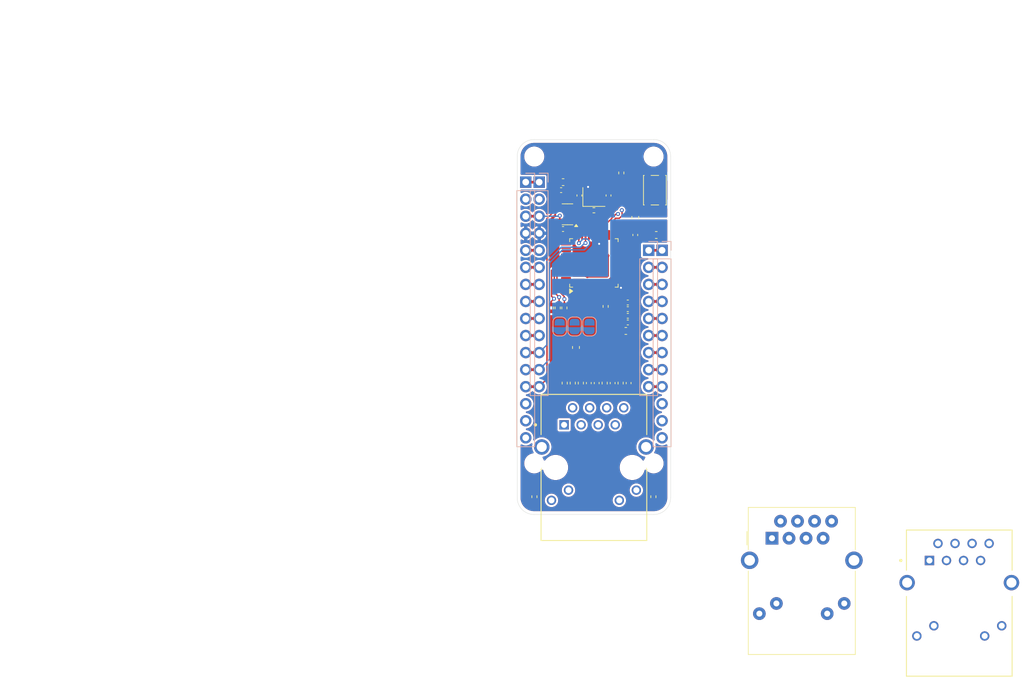
<source format=kicad_pcb>
(kicad_pcb (version 20240108) (generator "pcbnew") (generator_version "8.0")
  (layers (0 "F.Cu" signal) (31 "B.Cu" signal) (34 "B.Paste" user) (35 "F.Paste" user) (36 "B.SilkS" user "B.Silkscreen") (37 "F.SilkS" user "F.Silkscreen") (38 "B.Mask" user) (39 "F.Mask" user) (44 "Edge.Cuts" user))
  (net 0 "")
  (net 1 "GND")
  (net 2 "+3V3")
  (net 5 "Net-(U5-TOCAP)")
  (net 8 "Net-(U5-1V2O)")
  (net 9 "/PMODE1")
  (net 10 "/PMODE2")
  (net 11 "/PMODE0")
  (net 17 "Net-(U5-EXRES1)")
  (net 19 "/~{INT}")
  (net 21 "/~{SCS}")
  (net 25 "/GREEN_LED")
  (net 26 "/YELLOW_LED")
  (net 27 "AVDD")
  (net 28 "/MISO")
  (net 29 "Net-(U1-RD-)")
  (net 32 "VBAT")
  (net 33 "VBUS")
  (net 34 "/EN")
  (net 35 "/~{RST}")
  (net 36 "/GPIO13")
  (net 37 "/GPIO29_ADC3")
  (net 38 "/GPIO28_ADC2")
  (net 39 "Net-(U5-ACTLED)")
  (net 40 "/GPIO0")
  (net 41 "/GPIO1")
  (net 42 "Net-(U5-LINKLED)")
  (net 43 "/GPIO18")
  (net 44 "/GPIO25")
  (net 45 "AGND")
  (net 46 "/GPIO20")
  (net 47 "/GPIO2")
  (net 48 "/GPIO6")
  (net 49 "/GPIO4")
  (net 50 "/GPIO12")
  (net 51 "/GPIO10")
  (net 52 "/GPIO11")
  (net 53 "Net-(U5-XI{slash}CLKIN)")
  (net 54 "/GPIO19")
  (net 55 "Net-(U5-XO)")
  (net 56 "/TXP")
  (net 57 "/GPIO27_ADC1")
  (net 58 "/TXN")
  (net 59 "/RXN")
  (net 60 "/GPIO9")
  (net 61 "/RXP")
  (net 62 "/GPIO3")
  (net 63 "/GPIO26_ADC0")
  (net 64 "/GPIO5")
  (net 65 "/GPIO24")
  (net 80 "Net-(U1-RD+)")
  (net 81 "Net-(U1-CT)")
  (footprint "Capacitor_SMD:C_0603_1608Metric" (layer "F.Cu") (at 131.8136 82.1436)
    (property "Reference" "C6" (hide yes))
    (property "Value" "1uF")
  )
  (footprint "Capacitor_SMD:C_0402_1005Metric" (layer "F.Cu") (at 142.5702 90.0176 90)
    (property "Reference" "C5" (hide yes))
    (property "Value" "100nF")
  )
  (footprint "MountingHole:MountingHole_2.5mm" (layer "F.Cu") (at 145.29522 124.0536)
    (property "Reference" "H4" (hide yes))
    (property "Value" "MountingHole")
  )
  (footprint "Button_Switch_SMD:SW_SPST_PTS810" (layer "F.Cu") (at 145.4912 83.3374 90)
    (property "Reference" "SW2" (hide yes))
    (property "Value" "SW_Push")
  )
  (footprint "Package_TO_SOT_SMD:SOT-23-5" (layer "F.Cu") (at 132.461 86.9368 180)
    (property "Reference" "U6" (hide yes))
    (property "Value" "74AHC1G125")
  )
  (footprint "Capacitor_SMD:C_0402_1005Metric" (layer "F.Cu") (at 136.8221 112.0902 90)
    (property "Reference" "C15" (hide yes))
    (property "Value" "100nF")
  )
  (footprint "MountingHole:MountingHole_2.5mm" (layer "F.Cu") (at 127.51522 78.3336)
    (property "Reference" "H2" (hide yes))
    (property "Value" "MountingHole")
  )
  (footprint "Inductor_SMD:L_0603_1608Metric" (layer "F.Cu") (at 142.5702 87.4014 -90)
    (property "Reference" "FB2" (hide yes))
    (property "Value" "FerriteBead_Small")
  )
  (footprint "Resistor_SMD:R_0402_1005Metric" (layer "F.Cu") (at 140.390225 112.0902 -90)
    (property "Reference" "R9" (hide yes))
    (property "Value" "49.9")
  )
  (footprint "Crystal:Crystal_SMD_2520-4Pin_2.5x2.0mm" (layer "F.Cu") (at 136.40522 84.3534)
    (property "Reference" "Y1" (hide yes))
    (property "Value" "24MHz")
  )
  (footprint "Resistor_SMD:R_0402_1005Metric" (layer "F.Cu") (at 145.2646 129.0232 -90)
    (property "Reference" "R2" (hide yes))
    (property "Value" "470")
  )
  (footprint "MountingHole:MountingHole_2.5mm" (layer "F.Cu") (at 145.29522 78.3336)
    (property "Reference" "H1" (hide yes))
    (property "Value" "MountingHole")
  )
  (footprint "Capacitor_SMD:C_0603_1608Metric" (layer "F.Cu") (at 141.1628 104.3178 180)
    (property "Reference" "C12" (hide yes))
    (property "Value" "1uF")
  )
  (footprint "Capacitor_SMD:C_0402_1005Metric" (layer "F.Cu") (at 131.5186 83.3374)
    (property "Reference" "C7" (hide yes))
    (property "Value" "100nF")
  )
  (footprint "Resistor_SMD:R_0402_1005Metric" (layer "F.Cu") (at 140.4874 80.772 90)
    (property "Reference" "R7" (hide yes))
    (property "Value" "49.9")
  )
  (footprint "Capacitor_SMD:C_0402_1005Metric" (layer "F.Cu") (at 135.642725 112.0902 -90)
    (property "Reference" "C18" (hide yes))
    (property "Value" "10nF")
  )
  (footprint "Resistor_SMD:R_0402_1005Metric" (layer "F.Cu") (at 134.45335 112.0902 -90)
    (property "Reference" "R18" (hide yes))
    (property "Value" "10")
  )
  (footprint "Capacitor_SMD:C_0402_1005Metric" (layer "F.Cu") (at 141.4578 103.05485 180)
    (property "Reference" "C11" (hide yes))
    (property "Value" "100nF")
  )
  (footprint "Resistor_SMD:R_0402_1005Metric" (layer "F.Cu") (at 136.40522 86.3346 180)
    (property "Reference" "R3" (hide yes))
    (property "Value" "1M")
  )
  (footprint "Capacitor_SMD:C_0402_1005Metric" (layer "F.Cu") (at 141.4578 102.0619 180)
    (property "Reference" "C10" (hide yes))
    (property "Value" "100nF")
  )
  (footprint "Capacitor_SMD:C_0402_1005Metric" (layer "F.Cu") (at 141.5796 112.0902 -90)
    (property "Reference" "C13" (hide yes))
    (property "Value" "6.8nF")
  )
  (footprint "Capacitor_SMD:C_0402_1005Metric" (layer "F.Cu") (at 134.239 84.1334 -90)
    (property "Reference" "C2" (hide yes))
    (property "Value" "22p")
  )
  (footprint "Resistor_SMD:R_0402_1005Metric" (layer "F.Cu") (at 132.0028 100.8868 90)
    (property "Reference" "R6" (hide yes))
    (property "Value" "10K")
  )
  (footprint "Resistor_SMD:R_0402_1005Metric" (layer "F.Cu") (at 131.0132 100.8868 90)
    (property "Reference" "R4" (hide yes))
    (property "Value" "10K")
  )
  (footprint "Capacitor_SMD:C_0603_1608Metric" (layer "F.Cu") (at 145.6944 90.0176)
    (property "Reference" "C4" (hide yes))
    (property "Value" "10uF")
  )
  (footprint "Resistor_SMD:R_0402_1005Metric" (layer "F.Cu") (at 132.0546 112.0902 -90)
    (property "Reference" "R16" (hide yes))
    (property "Value" "49.9")
  )
  (footprint "rb1-125bagia:WIZnet-RB1-125BAG1A-0" (layer "F.Cu") (at 190.8552 144.8788)
    (property "Reference" "J3" (hide yes))
    (property "Value" "RB1-125BAG1A")
  )
  (footprint "Resistor_SMD:R_0402_1005Metric" (layer "F.Cu") (at 138.011475 112.0902 -90)
    (property "Reference" "R10" (hide yes))
    (property "Value" "49.9")
  )
  (footprint "Connector_RJ:RJ45_Amphenol_RJMG1BD3B8K1ANR" (layer "F.Cu") (at 162.941 135.2096)
    (property "Reference" "J8" (hide yes))
    (property "Value" "RJ45_Amphenol_RJMG1BD3B8K1ANR")
  )
  (footprint "Capacitor_SMD:C_0402_1005Metric" (layer "F.Cu") (at 138.5824 84.1334 -90)
    (property "Reference" "C1" (hide yes))
    (property "Value" "22p")
  )
  (footprint "rb1-125bagia:WIZnet-RB1-125BAG1A-0" (layer "F.Cu") (at 136.40522 124.6632)
    (property "Reference" "U1" (hide yes))
    (property "Value" "RB1-125BAG1A")
  )
  (footprint "Resistor_SMD:R_0402_1005Metric" (layer "F.Cu") (at 133.253975 112.0902 -90)
    (property "Reference" "R17" (hide yes))
    (property "Value" "49.9")
  )
  (footprint "Resistor_SMD:R_0402_1005Metric" (layer "F.Cu") (at 138.15522 100.6602 -90)
    (property "Reference" "R8" (hide yes))
    (property "Value" "17.4K")
  )
  (footprint "Capacitor_SMD:C_0402_1005Metric" (layer "F.Cu") (at 131.8006 89.1286)
    (property "Reference" "C3" (hide yes))
    (property "Value" "100nF")
  )
  (footprint "Resistor_SMD:R_0402_1005Metric" (layer "F.Cu") (at 127.5354 129.0232 -90)
    (property "Reference" "R1" (hide yes))
    (property "Value" "470")
  )
  (footprint "Inductor_SMD:L_0603_1608Metric" (layer "F.Cu") (at 133.731 106.7816 -90)
    (property "Reference" "FB1" (hide yes))
    (property "Value" "FerriteBead_Small")
  )
  (footprint "Resistor_SMD:R_0402_1005Metric" (layer "F.Cu") (at 130.0236 100.8868 90)
    (property "Reference" "R5" (hide yes))
    (property "Value" "10K")
  )
  (footprint "Capacitor_SMD:C_0402_1005Metric" (layer "F.Cu") (at 139.20085 112.0902 -90)
    (property "Reference" "C14" (hide yes))
    (property "Value" "6.8nF")
  )
  (footprint "Capacitor_SMD:C_0402_1005Metric" (layer "F.Cu") (at 141.4552 100.076 180)
    (property "Reference" "C8" (hide yes))
    (property "Value" "100nF")
  )
  (footprint "Package_QFP:LQFP-48_7x7mm_P0.5mm" (layer "F.Cu") (at 136.40522 94.1832 90)
    (property "Reference" "U5" (hide yes))
    (property "Value" "W5500")
  )
  (footprint "Capacitor_SMD:C_0402_1005Metric" (layer "F.Cu") (at 141.4552 101.06895 180)
    (property "Reference" "C9" (hide yes))
    (property "Value" "100nF")
  )
  (footprint "MountingHole:MountingHole_2.5mm" (layer "F.Cu") (at 127.51522 124.0536)
    (property "Reference" "H3" (hide yes))
    (property "Value" "MountingHole")
  )
  (footprint "Jumper:SolderJumper-2_P1.3mm_Open_RoundedPad1.0x1.5mm" (layer "B.Cu") (at 133.5278 103.6574 -90)
    (property "Reference" "JP1" (hide yes))
    (property "Value" "JMP")
  )
  (footprint "Connector_PinHeader_2.54mm:PinHeader_1x16_P2.54mm_Vertical" (layer "B.Cu") (at 126.24522 82.1436 180)
    (property "Reference" "J4" (hide yes))
    (property "Value" "Conn")
  )
  (footprint "Connector_PinHeader_2.54mm:PinHeader_1x12_P2.54mm_Vertical" (layer "B.Cu") (at 146.56522 92.3036 180)
    (property "Reference" "J5" (hide yes))
    (property "Value" "Conn")
  )
  (footprint "Connector_PinHeader_2.54mm:PinHeader_1x09_P2.54mm_Vertical" (layer "B.Cu") (at 144.56522 92.3036 180)
    (property "Reference" "J1" (hide yes))
    (property "Value" "Conn")
  )
  (footprint "Jumper:SolderJumper-2_P1.3mm_Open_RoundedPad1.0x1.5mm" (layer "B.Cu") (at 135.7503 103.6574 -90)
    (property "Reference" "JP3" (hide yes))
    (property "Value" "JMP")
  )
  (footprint "Connector_PinHeader_2.54mm:PinHeader_1x13_P2.54mm_Vertical" (layer "B.Cu") (at 128.24522 82.1436 180)
    (property "Reference" "J2" (hide yes))
    (property "Value" "Conn")
  )
  (footprint "Jumper:SolderJumper-2_P1.3mm_Open_RoundedPad1.0x1.5mm" (layer "B.Cu") (at 131.3053 103.6574 -90)
    (property "Reference" "JP2" (hide yes))
    (property "Value" "JMP")
  )
  (gr_arc (start 145.33522 75.7936) (mid 147.102987 76.525833) (end 147.83522 78.2936) (stroke (width 0.05)) (layer "Edge.Cuts"))
  (gr_line (start 127.47522 131.6736) (end 145.33522 131.6736) (stroke (width 0.05)) (layer "Edge.Cuts"))
  (gr_line (start 127.47522 75.7936) (end 145.33522 75.7936) (stroke (width 0.05)) (layer "Edge.Cuts"))
  (gr_line (start 147.83522 78.2936) (end 147.83522 129.1736) (stroke (width 0.05)) (layer "Edge.Cuts"))
  (gr_arc (start 124.97522 78.2936) (mid 125.707453 76.525833) (end 127.47522 75.7936) (stroke (width 0.05)) (layer "Edge.Cuts"))
  (gr_arc (start 127.47522 131.6736) (mid 125.70744 130.941374) (end 124.97522 129.1736) (stroke (width 0.05)) (layer "Edge.Cuts"))
  (gr_arc (start 147.83522 129.1736) (mid 147.102988 130.941374) (end 145.33522 131.6736) (stroke (width 0.05)) (layer "Edge.Cuts"))
  (gr_line (start 124.97522 129.1736) (end 124.97522 78.2936) (stroke (width 0.05)) (layer "Edge.Cuts"))
  (segment (start 135.7996 83.6534) (end 135.53022 83.6534) (width 0.2) (layer "F.Cu") (net 1))
  (segment (start 136.40522 84.9534) (end 136.40522 84.25902) (width 0.2) (layer "F.Cu") (net 1))
  (segment (start 137.15522 90.0207) (end 137.15522 91.30822) (width 0.3) (layer "F.Cu") (net 1))
  (segment (start 136.50522 85.0534) (end 136.40522 84.9534) (width 0.2) (layer "F.Cu") (net 1))
  (segment (start 137.15522 91.30822) (end 137.1854 91.3384) (width 0.3) (layer "F.Cu") (net 1))
  (segment (start 136.40522 84.25902) (end 135.7996 83.6534) (width 0.2) (layer "F.Cu") (net 1))
  (segment (start 137.28022 85.0534) (end 136.50522 85.0534) (width 0.2) (layer "F.Cu") (net 1))
  (via (at 135.5344 82.8548) (size 0.6) (drill 0.3) (layers "F.Cu" "B.Cu") (net 1))
  (via (at 137.1854 91.3384) (size 0.6) (drill 0.3) (layers "F.Cu" "B.Cu") (net 1))
  (segment (start 137.6172 89.98268) (end 137.6172 88.4174) (width 0.2) (layer "F.Cu") (net 2))
  (segment (start 131.3235 87.8868) (end 131.3235 87.1529) (width 0.2) (layer "F.Cu") (net 2))
  (segment (start 131.3235 89.1257) (end 131.3235 87.8868) (width 0.2) (layer "F.Cu") (net 2))
  (segment (start 131.3206 89.1286) (end 131.3235 89.1257) (width 0.2) (layer "F.Cu") (net 2))
  (segment (start 137.6172 88.4174) (end 140.4874 85.5472) (width 0.2) (layer "F.Cu") (net 2))
  (segment (start 130.0236 101.3968) (end 131.0132 101.3968) (width 0.2) (layer "F.Cu") (net 2))
  (segment (start 140.4874 85.5472) (end 140.4874 81.282) (width 0.2) (layer "F.Cu") (net 2))
  (segment (start 137.65522 90.0207) (end 137.6172 89.98268) (width 0.2) (layer "F.Cu") (net 2))
  (segment (start 131.3235 87.1529) (end 131.318 87.1474) (width 0.2) (layer "F.Cu") (net 2))
  (segment (start 132.0028 101.3968) (end 131.0132 101.3968) (width 0.2) (layer "F.Cu") (net 2))
  (segment (start 126.24522 87.2236) (end 128.24522 87.2236) (width 0.4) (layer "F.Cu") (net 2))
  (via (at 131.318 87.1474) (size 0.6) (drill 0.3) (layers "F.Cu" "B.Cu") (net 2))
  (segment (start 131.318 87.1474) (end 131.2418 87.2236) (width 0.2) (layer "B.Cu") (net 2))
  (segment (start 131.2418 87.2236) (end 128.24522 87.2236) (width 0.2) (layer "B.Cu") (net 2))
  (segment (start 143.1036 91.8972) (end 143.1036 91.1098) (width 0.3) (layer "F.Cu") (net 5))
  (segment (start 144.1958 90.0176) (end 144.9194 90.0176) (width 0.3) (layer "F.Cu") (net 5))
  (segment (start 141.5676 93.4332) (end 143.1036 91.8972) (width 0.3) (layer "F.Cu") (net 5))
  (segment (start 143.1036 91.1098) (end 144.1958 90.0176) (width 0.3) (layer "F.Cu") (net 5))
  (segment (start 140.56772 93.4332) (end 141.5676 93.4332) (width 0.3) (layer "F.Cu") (net 5))
  (segment (start 141.7548 92.4332) (end 140.56772 92.4332) (width 0.3) (layer "F.Cu") (net 8))
  (segment (start 142.5702 90.4976) (end 142.5702 91.6178) (width 0.3) (layer "F.Cu") (net 8))
  (segment (start 142.5702 91.6178) (end 141.7548 92.4332) (width 0.3) (layer "F.Cu") (net 8))
  (segment (start 130.4988 98.560427) (end 131.218453 99.28008) (width 0.2) (layer "F.Cu") (net 9))
  (segment (start 132.24272 94.9332) (end 131.1522 94.9332) (width 0.2) (layer "F.Cu") (net 9))
  (segment (start 131.218453 100.171547) (end 131.218453 99.28008) (width 0.2) (layer "F.Cu") (net 9))
  (segment (start 130.4988 95.5866) (end 130.4988 98.560427) (width 0.2) (layer "F.Cu") (net 9))
  (segment (start 131.1522 94.9332) (end 130.4988 95.5866) (width 0.2) (layer "F.Cu") (net 9))
  (segment (start 131.0132 100.3768) (end 131.218453 100.171547) (width 0.2) (layer "F.Cu") (net 9))
  (via (at 131.218453 99.28008) (size 0.6) (drill 0.3) (layers "F.Cu" "B.Cu") (net 9))
  (segment (start 130.0236 100.3768) (end 130.0236 99.948) (width 0.2) (layer "F.Cu") (net 10))
  (segment (start 130.9664 94.4332) (end 132.24272 94.4332) (width 0.2) (layer "F.Cu") (net 10))
  (segment (start 130.0988 95.3008) (end 130.9664 94.4332) (width 0.2) (layer "F.Cu") (net 10))
  (segment (start 130.4544 99.5172) (end 130.0988 99.1616) (width 0.2) (layer "F.Cu") (net 10))
  (segment (start 130.0236 99.948) (end 130.4544 99.5172) (width 0.2) (layer "F.Cu") (net 10))
  (segment (start 130.0988 99.1616) (end 130.0988 95.3008) (width 0.2) (layer "F.Cu") (net 10))
  (via (at 130.4544 99.5172) (size 0.6) (drill 0.3) (layers "F.Cu" "B.Cu") (net 10))
  (segment (start 132.0028 100.3768) (end 132.0028 99.569) (width 0.2) (layer "F.Cu") (net 11))
  (segment (start 132.0028 99.569) (end 132.0038 99.568) (width 0.2) (layer "F.Cu") (net 11))
  (segment (start 131.217886 95.4332) (end 130.8988 95.752286) (width 0.2) (layer "F.Cu") (net 11))
  (segment (start 132.0038 99.216898) (end 132.0038 99.568) (width 0.2) (layer "F.Cu") (net 11))
  (segment (start 130.8988 95.752286) (end 130.8988 98.111898) (width 0.2) (layer "F.Cu") (net 11))
  (segment (start 132.24272 95.4332) (end 131.217886 95.4332) (width 0.2) (layer "F.Cu") (net 11))
  (segment (start 130.8988 98.111898) (end 132.0038 99.216898) (width 0.2) (layer "F.Cu") (net 11))
  (via (at 132.0038 99.568) (size 0.6) (drill 0.3) (layers "F.Cu" "B.Cu") (net 11))
  (segment (start 138.15522 100.1502) (end 138.15522 98.3457) (width 0.2) (layer "F.Cu") (net 17))
  (segment (start 135.1308 87.8868) (end 135.65522 88.41122) (width 0.2) (layer "F.Cu") (net 21))
  (segment (start 133.5985 87.8868) (end 135.1308 87.8868) (width 0.2) (layer "F.Cu") (net 21))
  (segment (start 135.65522 88.41122) (end 135.65522 90.0207) (width 0.2) (layer "F.Cu") (net 21))
  (segment (start 135.15522 97.30558) (end 135.15522 98.3457) (width 0.3) (layer "F.Cu") (net 27))
  (segment (start 140.56772 95.9332) (end 141.40834 95.9332) (width 0.3) (layer "F.Cu") (net 27))
  (segment (start 139.0396 94.869) (end 139.0396 95.9612) (width 0.3) (layer "F.Cu") (net 27))
  (segment (start 141.9352 101.06895) (end 141.9352 100.076) (width 0.3) (layer "F.Cu") (net 27))
  (segment (start 137.15522 98.3457) (end 137.15522 96.82958) (width 0.3) (layer "F.Cu") (net 27))
  (segment (start 140.56772 95.9332) (end 139.0676 95.9332) (width 0.3) (layer "F.Cu") (net 27))
  (segment (start 138.65522 96.79602) (end 138.6332 96.774) (width 0.3) (layer "F.Cu") (net 27))
  (segment (start 141.9378 104.3178) (end 141.9378 103.05485) (width 0.3) (layer "F.Cu") (net 27))
  (segment (start 141.9378 103.05485) (end 141.9378 102.0619) (width 0.3) (layer "F.Cu") (net 27))
  (segment (start 139.1038 94.9332) (end 139.0396 94.869) (width 0.3) (layer "F.Cu") (net 27))
  (segment (start 141.9352 101.06895) (end 141.9378 101.07155) (width 0.3) (layer "F.Cu") (net 27))
  (segment (start 141.9352 96.46006) (end 141.9352 100.076) (width 0.3) (layer "F.Cu") (net 27))
  (segment (start 139.0396 93.3958) (end 139.0396 94.869) (width 0.3) (layer "F.Cu") (net 27))
  (segment (start 135.6868 96.774) (end 135.15522 97.30558) (width 0.3) (layer "F.Cu") (net 27))
  (segment (start 140.56772 94.9332) (end 139.1038 94.9332) (width 0.3) (layer "F.Cu") (net 27))
  (segment (start 141.40834 95.9332) (end 141.9352 96.46006) (width 0.3) (layer "F.Cu") (net 27))
  (segment (start 139.0676 95.9332) (end 139.0396 95.9612) (width 0.3) (layer "F.Cu") (net 27))
  (segment (start 138.65522 98.3457) (end 138.65522 96.79602) (width 0.3) (layer "F.Cu") (net 27))
  (segment (start 140.56772 92.9332) (end 139.5022 92.9332) (width 0.3) (layer "F.Cu") (net 27))
  (segment (start 138.6332 96.774) (end 137.2108 96.774) (width 0.3) (layer "F.Cu") (net 27))
  (segment (start 139.5022 92.9332) (end 139.0396 93.3958) (width 0.3) (layer "F.Cu") (net 27))
  (segment (start 137.2108 96.774) (end 135.6868 96.774) (width 0.3) (layer "F.Cu") (net 27))
  (segment (start 139.0396 96.3422) (end 138.6332 96.7486) (width 0.3) (layer "F.Cu") (net 27))
  (segment (start 141.9378 102.0619) (end 141.9378 101.07155) (width 0.3) (layer "F.Cu") (net 27))
  (segment (start 137.15522 96.82958) (end 137.2108 96.774) (width 0.3) (layer "F.Cu") (net 27))
  (segment (start 139.0396 95.9612) (end 139.0396 96.3422) (width 0.3) (layer "F.Cu") (net 27))
  (segment (start 138.6332 96.7486) (end 138.6332 96.774) (width 0.3) (layer "F.Cu") (net 27))
  (segment (start 133.5985 86.9368) (end 133.205 86.9368) (width 0.2) (layer "F.Cu") (net 28))
  (segment (start 132.895448 88.4868) (end 134.301552 88.4868) (width 0.2) (layer "F.Cu") (net 28))
  (segment (start 134.301552 88.4868) (end 134.65522 88.840468) (width 0.2) (layer "F.Cu") (net 28))
  (segment (start 134.65522 88.840468) (end 134.65522 90.0207) (width 0.2) (layer "F.Cu") (net 28))
  (segment (start 133.205 86.9368) (end 132.636 87.5058) (width 0.2) (layer "F.Cu") (net 28))
  (segment (start 132.636 87.5058) (end 132.636 88.227352) (width 0.2) (layer "F.Cu") (net 28))
  (segment (start 132.636 88.227352) (end 132.895448 88.4868) (width 0.2) (layer "F.Cu") (net 28))
  (segment (start 146.56522 92.3036) (end 144.56522 92.3036) (width 0.4) (layer "F.Cu") (net 32))
  (segment (start 146.56522 97.3836) (end 144.56522 97.3836) (width 0.4) (layer "F.Cu") (net 33))
  (segment (start 146.56522 94.8436) (end 144.56522 94.8436) (width 0.4) (layer "F.Cu") (net 34))
  (segment (start 126.24522 82.1436) (end 128.24522 82.1436) (width 0.4) (layer "F.Cu") (net 35))
  (segment (start 146.56522 99.9236) (end 144.56522 99.9236) (width 0.4) (layer "F.Cu") (net 36))
  (segment (start 126.24522 99.9236) (end 128.24522 99.9236) (width 0.4) (layer "F.Cu") (net 37))
  (segment (start 126.24522 97.3836) (end 128.24522 97.3836) (width 0.4) (layer "F.Cu") (net 38))
  (segment (start 138.15522 88.445066) (end 139.714421 86.885865) (width 0.2) (layer "F.Cu") (net 39))
  (segment (start 138.15522 90.0207) (end 138.15522 88.445066) (width 0.2) (layer "F.Cu") (net 39))
  (segment (start 139.714421 86.885865) (end 139.997265 86.885865) (width 0.2) (layer "F.Cu") (net 39))
  (via (at 139.997265 86.885865) (size 0.6) (drill 0.3) (layers "F.Cu" "B.Cu") (net 39))
  (segment (start 139.637572 87.5284) (end 140.203259 87.5284) (width 0.2) (layer "F.Cu") (net 42))
  (segment (start 139.15522 90.0207) (end 139.15522 88.010752) (width 0.2) (layer "F.Cu") (net 42))
  (segment (start 139.15522 88.010752) (end 139.637572 87.5284) (width 0.2) (layer "F.Cu") (net 42))
  (segment (start 140.597265 87.134394) (end 140.597265 86.354491) (width 0.2) (layer "F.Cu") (net 42))
  (segment (start 140.203259 87.5284) (end 140.597265 87.134394) (width 0.2) (layer "F.Cu") (net 42))
  (segment (start 140.597265 86.354491) (end 140.562952 86.320178) (width 0.2) (layer "F.Cu") (net 42))
  (via (at 140.562952 86.320178) (size 0.6) (drill 0.3) (layers "F.Cu" "B.Cu") (net 42))
  (segment (start 135.15522 91.20958) (end 135.1534 91.2114) (width 0.2) (layer "F.Cu") (net 43))
  (segment (start 135.15522 90.0207) (end 135.15522 91.20958) (width 0.2) (layer "F.Cu") (net 43))
  (segment (start 126.24522 107.5436) (end 128.24522 107.5436) (width 0.4) (layer "F.Cu") (net 43))
  (via (at 135.1534 91.2114) (size 0.6) (drill 0.3) (layers "F.Cu" "B.Cu") (net 43))
  (segment (start 131.5562 91.8368) (end 129.39522 93.99778) (width 0.2) (layer "B.Cu") (net 43))
  (segment (start 129.39522 93.99778) (end 129.39522 106.3936) (width 0.2) (layer "B.Cu") (net 43))
  (segment (start 129.39522 106.3936) (end 128.24522 107.5436) (width 0.2) (layer "B.Cu") (net 43))
  (segment (start 135.036729 91.2114) (end 134.411329 91.8368) (width 0.2) (layer "B.Cu") (net 43))
  (segment (start 134.411329 91.8368) (end 131.5562 91.8368) (width 0.2) (layer "B.Cu") (net 43))
  (segment (start 135.1534 91.2114) (end 135.036729 91.2114) (width 0.2) (layer "B.Cu") (net 43))
  (segment (start 126.24522 105.0036) (end 128.24522 105.0036) (width 0.4) (layer "F.Cu") (net 44))
  (segment (start 134.08334 96.9332) (end 132.24272 96.9332) (width 0.3) (layer "F.Cu") (net 45))
  (segment (start 140.56772 96.4332) (end 139.7271 96.4332) (width 0.3) (layer "F.Cu") (net 45))
  (segment (start 134.65522 98.3457) (end 134.65522 97.50508) (width 0.3) (layer "F.Cu") (net 45))
  (segment (start 137.3632 99.5934) (end 137.2362 99.7204) (width 0.3) (layer "F.Cu") (net 45))
  (segment (start 142.1892 95.123) (end 141.879 95.4332) (width 0.3) (layer "F.Cu") (net 45))
  (segment (start 141.8122 93.9332) (end 142.1892 94.3102) (width 0.3) (layer "F.Cu") (net 45))
  (segment (start 134.65522 97.50508) (end 134.08334 96.9332) (width 0.3) (layer "F.Cu") (net 45))
  (segment (start 139.7271 96.4332) (end 139.3698 96.7905) (width 0.3) (layer "F.Cu") (net 45))
  (segment (start 139.3698 96.7905) (end 139.3698 97.1042) (width 0.3) (layer "F.Cu") (net 45))
  (segment (start 137.65522 98.3457) (end 137.65522 99.30138) (width 0.3) (layer "F.Cu") (net 45))
  (segment (start 137.2362 99.7204) (end 137.2362 99.949) (width 0.3) (layer "F.Cu") (net 45))
  (segment (start 137.65522 99.30138) (end 137.3632 99.5934) (width 0.3) (layer "F.Cu") (net 45))
  (segment (start 140.1572 97.8916) (end 140.4366 97.8916) (width 0.3) (layer "F.Cu") (net 45))
  (segment (start 139.3698 97.1042) (end 140.1572 97.8916) (width 0.3) (layer "F.Cu") (net 45))
  (segment (start 142.1892 94.3102) (end 142.1892 95.123) (width 0.3) (layer "F.Cu") (net 45))
  (segment (start 140.56772 93.9332) (end 141.8122 93.9332) (width 0.3) (layer "F.Cu") (net 45))
  (segment (start 141.879 95.4332) (end 140.56772 95.4332) (width 0.3) (layer "F.Cu") (net 45))
  (via (at 140.4366 97.8916) (size 0.6) (drill 0.3) (layers "F.Cu" "B.Cu") (net 45))
  (segment (start 129.4036 87.5632) (end 129.4036 111.46522) (width 0.2) (layer "F.Cu") (net 46))
  (segment (start 126.24522 112.6236) (end 128.24522 112.6236) (width 0.4) (layer "F.Cu") (net 46))
  (segment (start 129.4036 111.46522) (end 128.24522 112.6236) (width 0.2) (layer "F.Cu") (net 46))
  (segment (start 130.98 85.9868) (end 129.4036 87.5632) (width 0.2) (layer "F.Cu") (net 46))
  (segment (start 131.3235 85.9868) (end 130.98 85.9868) (width 0.2) (layer "F.Cu") (net 46))
  (segment (start 146.56522 112.6236) (end 144.56522 112.6236) (width 0.4) (layer "F.Cu") (net 48))
  (segment (start 146.56522 102.4636) (end 144.56522 102.4636) (width 0.4) (layer "F.Cu") (net 50))
  (segment (start 146.56522 107.5436) (end 144.56522 107.5436) (width 0.4) (layer "F.Cu") (net 51))
  (segment (start 146.56522 105.0036) (end 144.56522 105.0036) (width 0.4) (layer "F.Cu") (net 52))
  (segment (start 137.28022 83.6534) (end 137.4252 83.6534) (width 0.2) (layer "F.Cu") (net 53))
  (segment (start 136.65522 90.0207) (end 136.65522 86.5946) (width 0.2) (layer "F.Cu") (net 53))
  (segment (start 137.39642 85.8534) (end 136.91522 86.3346) (width 0.2) (layer "F.Cu") (net 53))
  (segment (start 138.3852 84.6134) (end 138.5824 84.6134) (width 0.2) (layer "F.Cu") (net 53))
  (segment (start 138.5824 84.6134) (end 138.5824 85.42622) (width 0.2) (layer "F.Cu") (net 53))
  (segment (start 137.4252 83.6534) (end 138.3852 84.6134) (width 0.2) (layer "F.Cu") (net 53))
  (segment (start 138.15522 85.8534) (end 137.39642 85.8534) (width 0.2) (layer "F.Cu") (net 53))
  (segment (start 136.65522 86.5946) (end 136.91522 86.3346) (width 0.2) (layer "F.Cu") (net 53))
  (segment (start 138.5824 85.42622) (end 138.15522 85.8534) (width 0.2) (layer "F.Cu") (net 53))
  (segment (start 134.15522 90.0207) (end 134.15522 91.22922) (width 0.2) (layer "F.Cu") (net 54))
  (segment (start 126.24522 110.0836) (end 128.24522 110.0836) (width 0.4) (layer "F.Cu") (net 54))
  (segment (start 134.15522 91.22922) (end 134.1628 91.2368) (width 0.2) (layer "F.Cu") (net 54))
  (via (at 134.1628 91.2368) (size 0.6) (drill 0.3) (layers "F.Cu" "B.Cu") (net 54))
  (segment (start 129.79522 94.163466) (end 129.79522 108.5336) (width 0.2) (layer "B.Cu") (net 54))
  (segment (start 135.7534 91.459929) (end 134.976529 92.2368) (width 0.2) (layer "B.Cu") (net 54))
  (segment (start 134.976529 92.2368) (end 131.721886 92.2368) (width 0.2) (layer "B.Cu") (net 54))
  (segment (start 131.721886 92.2368) (end 129.79522 94.163466) (width 0.2) (layer "B.Cu") (net 54))
  (segment (start 135.401929 90.6114) (end 135.7534 90.962871) (width 0.2) (layer "B.Cu") (net 54))
  (segment (start 129.79522 108.5336) (end 128.24522 110.0836) (width 0.2) (layer "B.Cu") (net 54))
  (segment (start 134.1628 91.2368) (end 134.7882 90.6114) (width 0.2) (layer "B.Cu") (net 54))
  (segment (start 134.7882 90.6114) (end 135.401929 90.6114) (width 0.2) (layer "B.Cu") (net 54))
  (segment (start 135.7534 90.962871) (end 135.7534 91.459929) (width 0.2) (layer "B.Cu") (net 54))
  (segment (start 135.89522 86.3346) (end 136.15522 86.5946) (width 0.2) (layer "F.Cu") (net 55))
  (segment (start 135.09022 84.6134) (end 135.53022 85.0534) (width 0.2) (layer "F.Cu") (net 55))
  (segment (start 136.15522 86.5946) (end 136.15522 90.0207) (width 0.2) (layer "F.Cu") (net 55))
  (segment (start 135.53022 85.0534) (end 135.53022 85.9696) (width 0.2) (layer "F.Cu") (net 55))
  (segment (start 135.53022 85.9696) (end 135.89522 86.3346) (width 0.2) (layer "F.Cu") (net 55))
  (segment (start 134.239 84.6134) (end 135.09022 84.6134) (width 0.2) (layer "F.Cu") (net 55))
  (segment (start 126.24522 94.8436) (end 128.24522 94.8436) (width 0.4) (layer "F.Cu") (net 57))
  (segment (start 146.56522 110.0836) (end 144.56522 110.0836) (width 0.4) (layer "F.Cu") (net 60))
  (segment (start 126.24522 92.3036) (end 128.24522 92.3036) (width 0.4) (layer "F.Cu") (net 63))
  (segment (start 126.24522 102.4636) (end 128.24522 102.4636) (width 0.4) (layer "F.Cu") (net 65))
  (zone (net 45) (net_name "AGND") (layer "F.Cu") (priority 1) (connect_pads thru_hole_only (clearance 0.3)) (min_thickness 0.25) (fill yes (thermal_gap 0.25) (thermal_bridge_width 0.5))
    (polygon (pts (xy 124.3584 132.0546) (xy 124.3584 96.5454) (xy 138.8364 96.5454) (xy 138.8364 87.7062) (xy 148.336 87.7062) (xy 148.336 132.0546)))
  )
  (zone (net 1) (net_name "GND") (layer "F.Cu") (connect_pads thru_hole_only (clearance 0.25)) (min_thickness 0.25) (fill yes (thermal_gap 0.25) (thermal_bridge_width 0.5))
    (polygon (pts (arc (start 145.33522 131.6736) (mid 147.102988 130.941374) (end 147.83522 129.1736)) (arc (start 147.83522 78.2936) (mid 147.102987 76.525833) (end 145.33522 75.7936)) (arc (start 127.47522 75.7936) (mid 125.707453 76.525833) (end 124.97522 78.2936)) (arc (start 124.97522 129.1736) (mid 125.70744 130.941374) (end 127.47522 131.6736))))
  )
  (zone (net 1) (net_name "GND") (layer "B.Cu") (connect_pads thru_hole_only (clearance 0.25)) (min_thickness 0.25) (fill yes (thermal_gap 0.25) (thermal_bridge_width 0.5))
    (polygon (pts (arc (start 145.33522 131.6736) (mid 147.102988 130.941374) (end 147.83522 129.1736)) (arc (start 147.83522 78.2936) (mid 147.102987 76.525833) (end 145.33522 75.7936)) (arc (start 127.47522 75.7936) (mid 125.707453 76.525833) (end 124.97522 78.2936)) (arc (start 124.97522 129.1736) (mid 125.70744 130.941374) (end 127.47522 131.6736))))
  )
  (zone (net 45) (net_name "AGND") (layer "B.Cu") (priority 1) (connect_pads thru_hole_only (clearance 0.3)) (min_thickness 0.25) (fill yes (thermal_gap 0.25) (thermal_bridge_width 0.5))
    (polygon (pts (xy 124.3584 132.0546) (xy 124.3584 96.5454) (xy 138.8364 96.5454) (xy 138.8364 87.7062) (xy 148.336 87.7062) (xy 148.336 132.0546)))
  )
)
</source>
